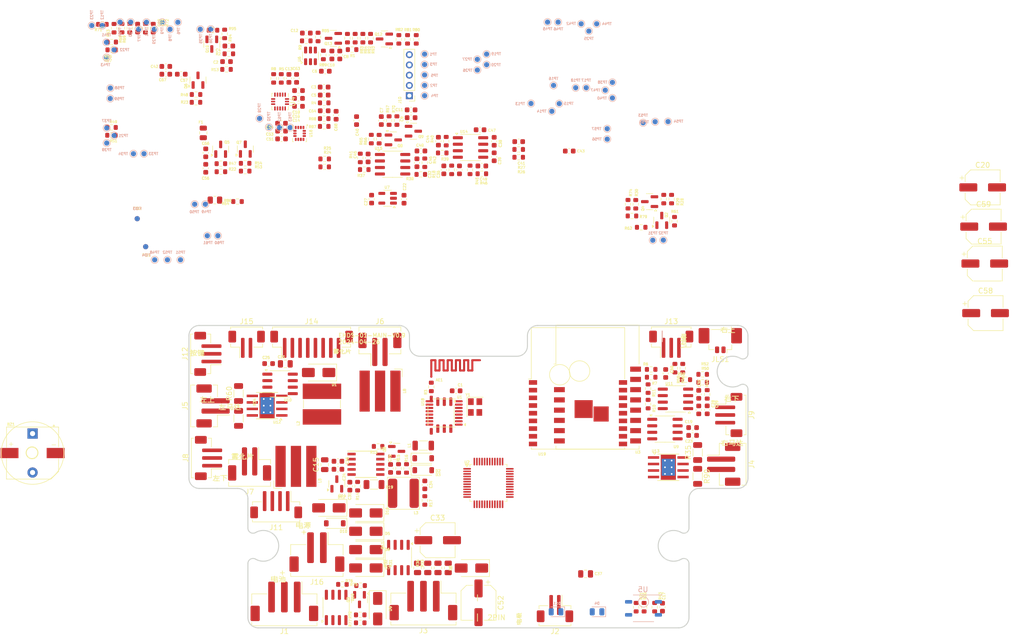
<source format=kicad_pcb>
(kicad_pcb (version 20240108) (generator "pcbnew") (generator_version "8.0")
  (title_block (title "慧迪方形擦窗机主板EHDS-01-Main") (date "2024-04-26") (rev "V0.9") (company "Ovobot") (comment 1 "EHDS-01 main主板，V0.8，109x59x1.6mm ，FR4，2层，绿油白字，无铅喷锡"))
  (layers (0 "F.Cu" signal) (31 "B.Cu" signal) (34 "B.Paste" user) (35 "F.Paste" user) (36 "B.SilkS" user "B.Silkscreen") (37 "F.SilkS" user "F.Silkscreen") (38 "B.Mask" user) (39 "F.Mask" user) (44 "Edge.Cuts" user))
  (net 0 "")
  (net 1 "Net-(AE1-A)")
  (net 2 "GND")
  (net 3 "+3V3")
  (net 4 "Net-(BZ1-+)")
  (net 5 "Net-(U1-LDO_OUT)")
  (net 6 "Net-(U2-NRST)")
  (net 7 "+5V")
  (net 8 "+3.3VDAC")
  (net 9 "+3.3VP")
  (net 10 "Net-(U2-VDDA)")
  (net 11 "Net-(U4-REGOUT)")
  (net 12 "Net-(U9-PWMN)")
  (net 13 "Net-(U8-VG)")
  (net 14 "+24V")
  (net 15 "VDD")
  (net 16 "Net-(U11-~{SD})")
  (net 17 "Net-(C31-Pad1)")
  (net 18 "Net-(C34-Pad1)")
  (net 19 "+BATT")
  (net 20 "Net-(U9-PWMP{slash}DAC)")
  (net 21 "+3.3VA")
  (net 22 "ADC_BATT")
  (net 23 "Net-(U11-BYPASS)")
  (net 24 "Net-(U8-FB)")
  (net 25 "ADC_FAN_MOTOR")
  (net 26 "Net-(U12-VREF)")
  (net 27 "ADC_LEFT_MOTOR")
  (net 28 "Net-(U14A--)")
  (net 29 "ADC_RIGHT_MOTOR")
  (net 30 "Net-(U15A--)")
  (net 31 "VPP")
  (net 32 "Net-(U15B--)")
  (net 33 "Net-(U14B-+)")
  (net 34 "Net-(D1-K)")
  (net 35 "Net-(D2-K)")
  (net 36 "EDGE_DET_LT")
  (net 37 "EDGE_DET_LB")
  (net 38 "EDGE_DET_RB")
  (net 39 "EDGE_DET_RT")
  (net 40 "SCL1")
  (net 41 "SDA1")
  (net 42 "SWDIO")
  (net 43 "SWCLK")
  (net 44 "CHG_ON_LED")
  (net 45 "CHG_DONE_LED")
  (net 46 "START")
  (net 47 "Net-(D2-A)")
  (net 48 "Net-(D4-K)")
  (net 49 "/power/BATT_CHRG")
  (net 50 "Net-(D8-A)")
  (net 51 "Net-(D11-K)")
  (net 52 "Net-(D9-K)")
  (net 53 "Net-(J6-Pin_1)")
  (net 54 "Net-(J7-Pin_1)")
  (net 55 "SPRAY_FRONT")
  (net 56 "SPRAY_BACK")
  (net 57 "Net-(J8-Pin_1)")
  (net 58 "Net-(J9-Pin_1)")
  (net 59 "/main/BLE_MCU_RXD")
  (net 60 "/main/BLE_MCU_TXD")
  (net 61 "Net-(J12-Pin_1)")
  (net 62 "Net-(J14-Pin_5)")
  (net 63 "Net-(J14-Pin_6)")
  (net 64 "PWM_FAN")
  (net 65 "BELL")
  (net 66 "LED_RED")
  (net 67 "LED_BLUE")
  (net 68 "VOICE_DATA")
  (net 69 "/main/MOSI")
  (net 70 "/main/MISO")
  (net 71 "/main/RF_REST")
  (net 72 "/main/6220_ANT")
  (net 73 "/main/WIFI_MCU_RXD")
  (net 74 "/main/WIFI_MCU_TXD")
  (net 75 "/main/SCS")
  (net 76 "/main/SCK")
  (net 77 "/main/TSD_DATA")
  (net 78 "PWM_LEFT1")
  (net 79 "PWM_LEFT2")
  (net 80 "PWM_RIGHT1")
  (net 81 "PWM_RIGHT2")
  (net 82 "UART2_RX")
  (net 83 "/main/6220_XC2")
  (net 84 "Net-(Q1-D)")
  (net 85 "Net-(U8-CSP)")
  (net 86 "Net-(Q1-G)")
  (net 87 "Net-(Q3-B)")
  (net 88 "Net-(Q3-C)")
  (net 89 "Net-(Q4-B)")
  (net 90 "Net-(Q5-G)")
  (net 91 "Net-(Q6-G)")
  (net 92 "Net-(Q7-B)")
  (net 93 "Net-(Q8-B)")
  (net 94 "/driver/VREF55")
  (net 95 "Net-(Q9-B)")
  (net 96 "Net-(Q10-G)")
  (net 97 "Net-(U2-BOOT0)")
  (net 98 "/main/6220_XC1")
  (net 99 "Net-(U6-PA3)")
  (net 100 "Net-(U9-PC1{slash}SO)")
  (net 101 "Net-(U8-DRV)")
  (net 102 "ADC_VDD")
  (net 103 "Net-(U12-ISEN)")
  (net 104 "Net-(U13-ISEN)")
  (net 105 "Net-(U11-IN-)")
  (net 106 "Net-(U8-~{CHRG})")
  (net 107 "BATT_ON")
  (net 108 "IR_OUT")
  (net 109 "Net-(U8-~{DONE})")
  (net 110 "Net-(U9-PI1{slash}SCK)")
  (net 111 "Net-(U9-PI0{slash}SI)")
  (net 112 "Net-(C29-Pad2)")
  (net 114 "/driver/L_MOTOR_OUT+")
  (net 115 "/driver/L_MOTOR_OUT-")
  (net 116 "/driver/R_MOTOR_OUT+")
  (net 117 "/driver/R_MOTOR_OUT-")
  (net 121 "/peripheral/VOICE_BUSY")
  (net 123 "TEMP")
  (net 126 "WATER_DET")
  (net 127 "GNDA")
  (net 128 "EN_CHRG")
  (net 132 "/peripheral/RED")
  (net 134 "/peripheral/BLUE")
  (net 136 "Net-(Q4-C)")
  (net 137 "Net-(Q11-G)")
  (net 138 "Net-(Q12-B)")
  (net 139 "Net-(Q12-C)")
  (net 140 "Net-(Q13-G)")
  (net 141 "Net-(U3-EN)")
  (net 142 "SW_LED_POWER")
  (net 152 "Net-(Q14-D)")
  (net 153 "VCC")
  (net 164 "/peripheral/CHG_ON_LED_K")
  (net 165 "Net-(Q16-G)")
  (net 166 "Net-(Q16-D)")
  (net 167 "CHRG_LED")
  (net 168 "Net-(C56-Pad1)")
  (net 169 "Net-(J2-Pin_1)")
  (net 170 "Net-(J2-Pin_2)")
  (net 171 "Net-(J6-Pin_2)")
  (net 172 "Net-(J7-Pin_2)")
  (net 173 "Net-(J13-Pin_1)")
  (net 174 "Net-(JLS1-Pin_1)")
  (net 175 "Net-(JLS1-Pin_2)")
  (footprint "Package_SO:Texas_HTSOP-8-1EP_3.9x4.9mm_P1.27mm_EP2.95x4.9mm_Mask2.4x3.1mm_ThermalVias" (layer "F.Cu") (at 188.038 92.851)
    (property "Reference" "U13")
    (property "Value" "DRV8870DDAR")
  )
  (footprint "Capacitor_SMD:C_0603_1608Metric" (layer "F.Cu") (at 147.3155 34.8144 -90)
    (property "Reference" "C36")
    (property "Value" "1uF")
  )
  (footprint "Package_TO_SOT_SMD:SOT-23" (layer "F.Cu") (at 122.7335 9.15 180)
    (property "Reference" "Q13")
    (property "Value" "SI2309")
  )
  (footprint "Resistor_SMD:R_0603_1608Metric" (layer "F.Cu") (at 133.593 25.194 -90)
    (property "Reference" "R67")
    (property "Value" "1K")
  )
  (footprint "Resistor_SMD:R_0603_1608Metric" (layer "F.Cu") (at 130.1246 28.8084 -90)
    (property "Reference" "R65")
    (property "Value" "1K")
  )
  (footprint "Capacitor_SMD:C_0603_1608Metric" (layer "F.Cu") (at 193.97 78.623 -90)
    (property "Reference" "C30")
    (property "Value" "1uF")
  )
  (footprint "Resistor_SMD:R_0603_1608Metric" (layer "F.Cu") (at 195.621 78.6224 90)
    (property "Reference" "R44")
    (property "Value" "10K/1%")
  )
  (footprint "Connector_Molex:Molex_PicoBlade_53398-0271_1x02-1MP_P1.25mm_Vertical" (layer "F.Cu") (at 198.173905 68.678467 180)
    (property "Reference" "JLS1")
    (property "Value" "1.25MM/2ASMT")
  )
  (footprint "Ovo_Connector_JST:JST_ZH_B8B-ZR-SM4-TF_1x08-1MP_P1.50mm_Vertical" (layer "F.Cu") (at 118.4825 68.851)
    (property "Reference" "J14")
    (property "Value" "ZH1.5MM/8ASMT")
  )
  (footprint "Diode_SMD:D_SMA" (layer "F.Cu") (at 129.0585 105.343333 180)
    (property "Reference" "D5")
    (property "Value" "SS34")
  )
  (footprint "Capacitor_SMD:C_0603_1608Metric" (layer "F.Cu") (at 151.3336 26.9928 180)
    (property "Reference" "C47")
    (property "Value" "0.1uF")
  )
  (footprint "Resistor_SMD:R_0603_1608Metric" (layer "F.Cu") (at 120.9378 24.811 180)
    (property "Reference" "R88")
    (property "Value" "100K/1%")
  )
  (footprint "Ovo_Package_LGA:TDK_LGA-16_3x3mm_P0.5mm_LayoutBorder3x5y" (layer "F.Cu") (at 112.3352 21.4868 -90)
    (property "Reference" "U4")
    (property "Value" "MPU-6887P")
  )
  (footprint "Resistor_SMD:R_0603_1608Metric" (layer "F.Cu") (at 184.692 73.754)
    (property "Reference" "R6")
    (property "Value" "0R")
  )
  (footprint "Ovo_RF_Module:Tuya_WBR1" (layer "F.Cu") (at 170.427 82.305)
    (property "Reference" "U19")
    (property "Value" "WBR1")
  )
  (footprint "Capacitor_SMD:C_0603_1608Metric" (layer "F.Cu") (at 112.6116 25.7228)
    (property "Reference" "C54")
    (property "Value" "2.2uF")
  )
  (footprint "Capacitor_SMD:C_0603_1608Metric" (layer "F.Cu") (at 154.0807 29.2394 90)
    (property "Reference" "C38")
    (property "Value" "0.1uF")
  )
  (footprint "Package_TO_SOT_SMD:SOT-23" (layer "F.Cu") (at 134.4149 28.971)
    (property "Reference" "Q8")
    (property "Value" "SS8050")
  )
  (footprint "Resistor_SMD:R_0603_1608Metric" (layer "F.Cu") (at 121.0314 34.2318)
    (property "Reference" "R24")
    (property "Value" "1M/1%")
  )
  (footprint "Capacitor_SMD:C_0603_1608Metric" (layer "F.Cu") (at 193.97 81.658 -90)
    (property "Reference" "C28")
    (property "Value" "1uF")
  )
  (footprint "Resistor_SMD:R_0603_1608Metric" (layer "F.Cu") (at 83.033 7.1562 90)
    (property "Reference" "R69")
    (property "Value" "330R")
  )
  (footprint "Resistor_SMD:R_0603_1608Metric" (layer "F.Cu") (at 104.035 40.995)
    (property "Reference" "R64")
    (property "Value" "10K/1%")
  )
  (footprint "Resistor_SMD:R_0603_1608Metric" (layer "F.Cu") (at 181.7652 120.151 -90)
    (property "Reference" "R21")
    (property "Value" "330R")
  )
  (footprint "Ovo_RF_Module:Tuya_BT3L" (layer "F.Cu") (at 174.228 80.704)
    (property "Reference" "U3")
    (property "Value" "BT3L")
  )
  (footprint "Capacitor_SMD:CP_Elec_6.3x5.4" (layer "F.Cu") (at 249.335 38.236)
    (property "Reference" "C20")
    (property "Value" "220uF/10V 6.3x5.4")
  )
  (footprint "Resistor_SMD:R_0603_1608Metric" (layer "F.Cu") (at 135.117 25.194 90)
    (property "Reference" "R70")
    (property "Value" "10K/1%")
  )
  (footprint "Resistor_SMD:R_0603_1608Metric" (layer "F.Cu") (at 184.693 75.278)
    (property "Reference" "R7")
    (property "Value" "0R")
  )
  (footprint "Package_SO:SOIC-8_3.9x4.9mm_P1.27mm" (layer "F.Cu") (at 143.5 82.288 -90)
    (property "Reference" "U18")
    (property "Value" "GH6220B")
  )
  (footprint "Ovo_Inductor_Boost:L_WLJ_CD0805" (layer "F.Cu") (at 131.8285 77.9875)
    (property "Reference" "L8")
    (property "Value" "10/500uH")
  )
  (footprint "Capacitor_SMD:C_0603_1608Metric" (layer "F.Cu") (at 154.0807 32.262 -90)
    (property "Reference" "C39")
    (property "Value" "10nF")
  )
  (footprint "Capacitor_SMD:C_0603_1608Metric" (layer "F.Cu") (at 123.262 24.157 -90)
    (property "Reference" "C68")
    (property "Value" "1uF")
  )
  (footprint "Resistor_SMD:R_0603_1608Metric" (layer "F.Cu") (at 139.774 35.6996 180)
    (property "Reference" "R38")
    (property "Value" "15K/1%")
  )
  (footprint "Ovo_Connector_JST:JST_PH_B2B-PH-SM4-TB_1x02-1MP_P2.00mm_Vertical" (layer "F.Cu") (at 131.802 69.851)
    (property "Reference" "J6")
    (property "Value" "PH2.0MM/2ASMT")
  )
  (footprint "Resistor_SMD:R_0805_2012Metric" (layer "F.Cu") (at 145.118332 112.4875 90)
    (property "Reference" "R33")
    (property "Value" "0.1R")
  )
  (footprint "Resistor_SMD:R_0603_1608Metric" (layer "F.Cu") (at 127.453 96.539 -90)
    (property "Reference" "R14")
    (property "Value" "120R")
  )
  (footprint "Fuse:Fuse_0805_2012Metric" (layer "F.Cu") (at 97.362 27.602 90)
    (property "Reference" "F1")
    (property "Value" "MF-PSMF050X")
  )
  (footprint "Capacitor_SMD:C_0603_1608Metric" (layer "F.Cu") (at 90.056 14.63)
    (property "Reference" "C42")
    (property "Value" "0.1uF")
  )
  (footprint "Fiducial:Fiducial_1mm_Mask2mm" (layer "F.Cu") (at 84.481 44.344)
    (property "Reference" "FID2")
    (property "Value" "Fiducial")
  )
  (footprint "Resistor_SMD:R_0603_1608Metric" (layer "F.Cu") (at 95.9484 20.1094)
    (property "Reference" "R48")
    (property "Value" "10K/1%")
  )
  (footprint "Ovo_Connector_JST:JST_PH_B2B-PH-SM4-TB_1x02-1MP_P2.00mm_Vertical" (layer "F.Cu") (at 198.837 92.265 -90)
    (property "Reference" "J4")
    (property "Value" "PH2.0MM/2ASMT")
  )
  (footprint "Capacitor_SMD:C_0603_1608Metric" (layer "F.Cu") (at 187.524 74.547 -90)
    (property "Reference" "C50")
    (property "Value" "1uF")
  )
  (footprint "Capacitor_SMD:C_0603_1608Metric" (layer "F.Cu") (at 84.557 7.143 -90)
    (property "Reference" "C62")
    (property "Value" "0.1uF")
  )
  (footprint "Resistor_SMD:R_0603_1608Metric" (layer "F.Cu") (at 144.7296 29.2148 90)
    (property "Reference" "R40")
    (property "Value" "51K/1%")
  )
  (footprint "Resistor_SMD:R_0603_1608Metric" (layer "F.Cu") (at 128.7504 34.7598)
    (property "Reference" "R37")
    (property "Value" "15K/1%")
  )
  (footprint "Resistor_SMD:R_0603_1608Metric" (layer "F.Cu") (at 126.975 9.115 -90)
    (property "Reference" "R84")
    (property "Value" "100K/1%")
  )
  (footprint "Resistor_SMD:R_0603_1608Metric" (layer "F.Cu") (at 79.4648 26.5356 180)
    (property "Reference" "R49")
    (property "Value" "470R")
  )
  (footprint "Resistor_SMD:R_0603_1608Metric" (layer "F.Cu") (at 184.1 80.523 -90)
    (property "Reference" "R10")
    (property "Value" "0R")
  )
  (footprint "Package_TO_SOT_SMD:SOT-23" (layer "F.Cu") (at 184.3945 41.017 180)
    (property "Reference" "Q4")
    (property "Value" "SS8050")
  )
  (footprint "Resistor_SMD:R_0603_1608Metric" (layer "F.Cu") (at 79.9596 7.1676 -90)
    (property "Reference" "R63")
    (property "Value" "10K/1%")
  )
  (footprint "Package_TO_SOT_SMD:SOT-23" (layer "F.Cu") (at 132.677 9.273 180)
    (property "Reference" "Q12")
    (property "Value" "SS8050")
  )
  (footprint "Capacitor_SMD:C_0603_1608Metric" (layer "F.Cu") (at 115.9296 22.413392 180)
    (property "Reference" "C14")
    (property "Value" "0.47uF")
  )
  (footprint "Capacitor_SMD:C_0603_1608Metric" (layer "F.Cu") (at 117.4542 8.12 180)
    (property "Reference" "C12")
    (property "Value" "0.1uF")
  )
  (footprint "Capacitor_SMD:C_0603_1608Metric" (layer "F.Cu") (at 115.9296 19.339992 180)
    (property "Reference" "C18")
    (property "Value" "2.2uF")
  )
  (footprint "Package_SO:SOIC-8_3.9x4.9mm_P1.27mm" (layer "F.Cu") (at 187.374 85.398)
    (property "Reference" "U9")
    (property "Value" "WT588F02B-8S-B2(EHDS-01)")
  )
  (footprint "Diode_SMD:D_SMA" (layer "F.Cu") (at 131.369 120.4485 -90)
    (property "Reference" "D9")
    (property "Value" "1N4004")
  )
  (footprint "Resistor_SMD:R_0603_1608Metric" (layer "F.Cu") (at 120.9378 26.335)
    (property "Reference" "R87")
    (property "Value" "1M/1%")
  )
  (footprint "Resistor_SMD:R_0603_1608Metric" (layer "F.Cu") (at 131.447 88.782 180)
    (property "Reference" "R12")
    (property "Value" "51R")
  )
  (footprint "Resistor_SMD:R_0603_1608Metric" (layer "F.Cu") (at 119.742 8.888 90)
    (property "Reference" "R85")
    (property "Value" "0R")
  )
  (footprint "Ovo_Oscillaror:Oscillator_SMD_Abracon_ASE-4Pin_3.2x2.5mm" (layer "F.Cu") (at 150.3642 81.0994 -90)
    (property "Reference" "Y1")
    (property "Value" "12MHz/22pF(10ppm)")
  )
  (footprint "Resistor_SMD:R_0603_1608Metric" (layer "F.Cu") (at 81.509 7.1562 90)
    (property "Reference" "R68")
    (property "Value" "330R")
  )
  (footprint "Ovo_Connector_JST:JST_XHB_B3B-XHB-SM4-TB_1x03-1MP_P2.50mm_Vertical" (layer "F.Cu") (at 140.29 118.864 180)
    (property "Reference" "J3")
    (property "Value" "XH2.54MM/3AWSMT")
  )
  (footprint "Ovo_Connector_JST:JST_ZH_B3B-ZR-SM4-TF_1x03-1MP_P1.50mm_Vertical" (layer "F.Cu") (at 98.256 70.714 90)
    (property "Reference" "J12")
    (property "Value" "ZH1.5MM/3ASMT")
  )
  (footprint "Capacitor_SMD:C_0603_1608Metric" (layer "F.Cu") (at 144.2675 34.8144 90)
    (property "Reference" "C32")
    (property "Value" "1uF")
  )
  (footprint "Package_TO_SOT_SMD:SOT-23" (layer "F.Cu") (at 100.7484 30.7906 90)
    (property "Reference" "Q5")
    (property "Value" "CJ2310")
  )
  (footprint "Resistor_SMD:R_0603_1608Metric" (layer "F.Cu") (at 120.777 12.394 90)
    (property "Reference" "R89")
    (property "Value" "10K/1%")
  )
  (footprint "Package_TO_SOT_SMD:SOT-23" (layer "F.Cu") (at 105.558 30.7615 90)
    (property "Reference" "Q7")
    (property "Value" "SS8050")
  )
  (footprint "Package_TO_SOT_SMD:SOT-23-5" (layer "F.Cu") (at 133.30828 40.3532 180)
    (property "Reference" "U7")
    (property "Value" "RT9013-33")
  )
  (footprint "Resistor_SMD:R_0603_1608Metric" (layer "F.Cu") (at 137.19 9.347 -90)
    (property "Reference" "R81")
    (property "Value" "1K")
  )
  (footprint "Ovo_Inductor_Boost:L_WLJ_CD0805" (layer "F.Cu") (at 115.432 92.677 180)
    (property "Reference" "L9")
    (property "Value" "10/500uH")
  )
  (footprint "Package_SO:SOIC-8_3.9x4.9mm_P1.27mm" (layer "F.Cu") (at 135.407 110.463 -90)
    (property "Reference" "Q11")
    (property "Value" "NCE4435")
  )
  (footprint "Package_SO:SOIC-8_3.9x4.9mm_P1.27mm" (layer "F.Cu") (at 123.268 120.209 90)
    (property "Reference" "Q10")
    (property "Value" "NCE4435")
  )
  (footprint "Resistor_SMD:R_0603_1608Metric" (layer "F.Cu") (at 86.0768 7.1552 -90)
    (property "Reference" "R73")
    (property "Value" "10K/1%")
  )
  (footprint "Ovo_Connector_JST:JST_XHB_B2B-XHB-SM4-TB_1x02-1MP_P2.50mm_Vertical" (layer "F.Cu") (at 119.518 109.397 180)
    (property "Reference" "J16")
    (property "Value" "XHB2.54MM/2ASMT")
  )
  (footprint "Ovo_Inductor_SMD:L_GZJ_CD75" (layer "F.Cu") (at 120.501 80.525 -90)
    (property "Reference" "L2")
    (property "Value" "68uH")
  )
  (footprint "Resistor_SMD:R_0603_1608Metric" (layer "F.Cu") (at 100.7922 33.6051)
    (property "Reference" "R47")
    (property "Value" "10K/1%")
  )
  (footprint "Package_TO_SOT_SMD:SOT-23" (layer "F.Cu") (at 127.8205 118.674 -90)
    (property "Reference" "Q3")
    (property "Value" "SS8050")
  )
  (footprint "Capacitor_SMD:C_0603_1608Metric" (layer "F.Cu") (at 140.555 96.291 90)
    (property "Reference" "C34")
    (property "Value" "1nF")
  )
  (footprint "Resistor_SMD:R_0603_1608Metric" (layer "F.Cu") (at 189.326 73.511 90)
    (property "Reference" "R58")
    (property "Value" "10K/1%")
  )
  (footprint "Capacitor_SMD:C_0603_1608Metric" (layer "F.Cu") (at 146.665 77.935 180)
    (property "Reference" "C1")
    (property "Value" "1uF")
  )
  (footprint "Resistor_SMD:R_0603_1608Metric" (layer "F.Cu") (at 127.9752 32.486 90)
    (property "Reference" "R41")
    (property "Value" "51K/1%")
  )
  (footprint "Resistor_SMD:R_0603_1608Metric" (layer "F.Cu") (at 194.738 76.269)
    (property "Reference" "R50")
    (property "Value" "470R")
  )
  (footprint "Resistor_SMD:R_1206_3216Metric" (layer "F.Cu") (at 193.757 94.623 -90)
    (property "Reference" "R90")
    (property "Value" "0.068R/1%(333.333mW)")
  )
  (footprint "Resistor_SMD:R_0805_2012Metric" (layer "F.Cu") (at 141.133 112.4875 90)
    (property "Reference" "R31")
    (property "Value" "0.1R")
  )
  (footprint "Resistor_SMD:R_0603_1608Metric" (layer "F.Cu") (at 185.372 120.151 -90)
    (property "Reference" "R43")
    (property "Value" "10K/1%")
  )
  (footprint "Package_TO_SOT_SMD:SOT-23" (layer "F.Cu") (at 138.3265 27.2692)
    (property "Reference" "Q9")
    (property "Value" "SS8050")
  )
  (footprint "Capacitor_SMD:C_0603_1608Metric" (layer "F.Cu") (at 93.066 16.147)
    (property "Reference" "C57")
    (property "Value" "1uF")
  )
  (footprint "Resistor_SMD:R_0603_1608Metric" (layer "F.Cu") (at 129.979 9.115 -90)
    (property "Reference" "R93")
    (property "Value" "1.6K/1%")
  )
  (footprint "Resistor_SMD:R_0603_1608Metric" (layer "F.Cu") (at 128.032 115.94)
    (property "Reference" "R76")
    (property "Value" "10K/1%")
  )
  (footprint "Resistor_SMD:R_0603_1608Metric" (layer "F.Cu") (at 191.454 75.755 180)
    (property "Reference" "R59")
    (property "Value" "10K/1%")
  )
  (footprint "Ovo_Connector_JST:JST_XHB_B3B-XHB-SM4-TB_1x03-1MP_P2.50mm_Vertical" (layer "F.Cu") (at 113.173 119.018 180)
    (property "Reference" "J1")
    (property "Value" "XH2.54MM/3AWSMT")
  )
  (footprint "Package_TO_SOT_SMD:SOT-23" (layer "F.Cu") (at 123.3965 96.106 90)
    (property "Reference" "Q14")
    (property "Value" "SI2302")
  )
  (footprint "Diode_SMD:D_SMA" (layer "F.Cu") (at 119.849 74.361 180)
    (property "Reference" "D1")
    (property "Value" "SS34")
  )
  (footprint "Diode_SMD:D_SMA" (layer "F.Cu") (at 129.0585 108.921666 180)
    (property "Reference" "D6")
    (property "Value" "SS34")
  )
  (footprint "Diode_SMD:D_SOD-123" (layer "F.Cu") (at 122.998 103.789 180)
    (property "Reference" "D10")
    (property "Value" "SS14")
  )
  (footprint "Resistor_SMD:R_0603_1608Metric" (layer "F.Cu") (at 187.1489 40.5212 -90)
    (property "Reference" "R29")
    (property "Value" "10K/1%")
  )
  (footprint "Resistor_SMD:R_1206_3216Metric" (layer "F.Cu") (at 104.242 83.3065 -90)
    (property "Reference" "R34")
    (property "Value" "0.068R/1%(333.333mW)")
  )
  (footprint "Package_TO_SOT_SMD:SOT-23" (layer "F.Cu") (at 99.0225 10.283 -90)
    (property "Reference" "Q16")
    (property "Value" "SI2309")
  )
  (footprint "Ovo_Buzzer_Beeper:Buzzer_10x9.6x5.5_SMD" (layer "F.Cu") (at 63.3618 88.5032 180)
    (property "Reference" "BZ2" (hide yes))
    (property "Value" "85dB/5V 10x9.6x5.5mm" (hide yes))
  )
  (footprint "Ovo_Connector_JST:JST_ZH_B4B-ZR-SM4-TF_1x04-1MP_P1.50mm_Vertical" (layer "F.Cu") (at 111.574 100.152 180)
    (property "Reference" "J11")
    (property "Value" "ZH1.5MM/4ASMT")
  )
  (footprint "Capacitor_SMD:C_0603_1608Metric" (layer "F.Cu") (at 132.0748 25.1948 90)
    (property "Reference" "C7")
    (property "Value" "0.1uF")
  )
  (footprint "Resistor_SMD:R_0603_1608Metric" (layer "F.Cu") (at 77.6858 6.4188 180)
    (property "Reference" "R71")
    (property "Value" "10K/1%")
  )
  (footprint "Package_TO_SOT_SMD:SOT-23" (layer "F.Cu") (at 96.3296 17.3131 90)
    (property "Reference" "Q6")
    (property "Value" "CJ2310")
  )
  (footprint "Resistor_SMD:R_0603_1608Metric" (layer "F.Cu") (at 99.256 7.565)
    (property "Reference" "R95")
    (property "Value" "30K/5%")
  )
  (footprint "Capacitor_SMD:C_0603_1608Metric" (layer "F.Cu") (at 123.975 12.397 -90)
    (property "Reference" "C8")
    (property "Value" "0.1uF")
  )
  (footprint "Ovo_Connector_JST:JST_ZH_B3B-ZR-SM4-TF_1x03-1MP_P1.50mm_Vertical" (layer "F.Cu") (at 98.387 91.045 90)
    (property "Reference" "J8")
    (property "Value" "ZH1.5MM/3ASMT")
  )
  (footprint "Resistor_SMD:R_0603_1608Metric" (layer "F.Cu") (at 79.4648 28.0596 180)
    (property "Reference" "R51")
    (property "Value" "10K/1%")
  )
  (footprint "Resistor_SMD:R_0603_1608Metric" (layer "F.Cu") (at 100.8004 35.1776 180)
    (property "Reference" "R22")
    (property "Value" "1K")
  )
  (footprint "Ovo_Connector_JST:JST_ZH_B3B-ZR-SM4-TF_1x03-1MP_P1.50mm_Vertical" (layer "F.Cu") (at 199.827 82.652 -90)
    (property "Reference" "J9")
    (property "Value" "ZH1.5MM/3ASMT")
  )
  (footprint "Capacitor_SMD:C_0603_1608Metric" (layer "F.Cu") (at 133.878 93.08 -90)
    (property "Reference" "C35")
    (property "Value" "1.5pF")
  )
  (footprint "Capacitor_SMD:C_0603_1608Metric" (layer "F.Cu") (at 122.4355 12.397 -90)
    (property "Reference" "C10")
    (property "Value" "4.7uF")
  )
  (footprint "Ovo_Inductor_SMD:L_GZJ_WNR6045" (layer "F.Cu") (at 136.387 97.928 180)
    (property "Reference" "L3")
    (property "Value" "100uH")
  )
  (footprint "Capacitor_SMD:C_0603_1608Metric" (layer "F.Cu") (at 192.774 85.111)
    (property "Reference" "C19")
    (property "Value" "10uF")
  )
  (footprint "Diode_SMD:D_SMA" (layer "F.Cu") (at 121.848 100.774 180)
    (property "Reference" "D12")
    (property "Value" "SMAJ24CA")
  )
  (footprint "Buzzer_Beeper:Buzzer_12x9.5RM7.6" (layer "F.Cu") (at 64.073 86.278 -90)
    (property "Reference" "BZ1")
    (property "Value" "85dB/5V")
  )
  (footprint "Capacitor_SMD:C_0603_1608Metric" (layer "F.Cu") (at 97.8412 34.5106 -90)
    (property "Reference" "C56")
    (property "Value" "1uF")
  )
  (footprint "Capacitor_SMD:CP_Elec_6.3x5.4" (layer "F.Cu") (at 249.745 53.095)
    (property "Reference" "C55")
    (property "Value" "100uF/35V 6.3x5.4")
  )
  (footprint "Ovo_Connector_JST:JST_ZH_B3B-ZR-SM4-TF_1x03-1MP_P1.50mm_Vertical" (layer "F.Cu") (at 188.608 68.839)
    (property "Reference" "J13")
    (property "Value" "ZH1.5MM/3ASMT")
  )
  (footprint "Resistor_SMD:R_0805_2012Metric" (layer "F.Cu") (at 99.629 40.713)
    (property "Reference" "R86")
    (property "Value" "0R")
  )
  (footprint "Resistor_SMD:R_0603_1608Metric" (layer "F.Cu") (at 158.8652 32.3522)
    (property "Reference" "R26")
    (property "Value" "6.8K/1%")
  )
  (footprint "Resistor_SMD:R_0603_1608Metric" (layer "F.Cu") (at 190.85 73.511 90)
    (property "Reference" "R56")
    (property "Value" "470R")
  )
  (footprint "Resistor_SMD:R_0603_1608Metric" (layer "F.Cu") (at 135.494 9.347 90)
    (property "Reference" "R82")
    (property "Value" "10K/1%")
  )
  (footprint "Ovo_Connector_JST:JST_PH_B2B-PH-SM4-TB_1x02-1MP_P2.00mm_Vertical" (layer "F.Cu") (at 106.395 92.204 180)
    (property "Reference" "J7")
    (property "Value" "PH2.0MM/2ASMT")
  )
  (footprint "Ovo_Connector_JST:JST_ZH_B2B-ZR-SM4-TF_1x02-1MP_P1.50mm_Vertical" (layer "F.Cu") (at 165.938 120.428 180)
    (property "Reference" "J2")
    (property "Value" "ZH1.5MM/2ASMT")
  )
  (footprint "Resistor_SMD:R_0603_1608Metric" (layer "F.Cu") (at 138.886 9.347 -90)
    (property "Reference" "R80")
    (property "Value" "10K/1%")
  )
  (footprint "Capacitor_SMD:C_0603_1608Metric" (layer "F.Cu") (at 114.06 16.962 -90)
    (property "Reference" "C13")
    (property "Value" "10nF")
  )
  (footprint "Capacitor_SMD:C_0603_1608Metric" (layer "F.Cu") (at 137.8846 23.1066 180)
    (property "Reference" "C11")
    (property "Value" "0.1uF")
  )
  (footprint "Resistor_SMD:R_0603_1608Metric" (layer "F.Cu") (at 112.569 16.962 90)
    (property "Reference" "R5")
    (property "Value" "4.7K/1%")
  )
  (footprint "Diode_SMD:D_SMA" (layer "F.Cu") (at 129.0585 101.765 180)
    (property "Reference" "D16")
    (property "Value" "SMAJ24CA")
  )
  (footprint "Resistor_SMD:R_0603_1608Metric" (layer "F.Cu") (at 143.9554 31.513)
    (property "Reference" "R39")
    (property "Value" "15K/1%")
  )
  (footprint "Capacitor_SMD:C_0603_1608Metric" (layer "F.Cu") (at 139.7986 31.1276)
    (property "Reference" "C48")
    (property "Value" "0.1uF")
  )
  (footprint "Capacitor_SMD:C_0603_1608Metric" (layer "F.Cu") (at 101.8908 13.686)
    (property "Reference" "C2")
    (property "Value" "1uF")
  )
  (footprint "Diode_SMD:D_SMA" (layer "F.Cu") (at 129.0585 112.5 180)
    (property "Reference" "D7")
    (property "Value" "SS34")
  )
  (footprint "Resistor_SMD:R_0805_2012Metric" (layer "F.Cu") (at 143.125666 112.4875 90)
    (property "Reference" "R36")
    (property "Value" "0.1R")
  )
  (footprint "Ovo_Connector_JST:JST_PH_B2B-PH-SM4-TB_1x02-1MP_P2.00mm_Vertical" (layer "F.Cu") (at 99.265 80.883 90)
    (property "Reference" "J5")
    (property "Value" "PH2.0MM/2ASMT")
  )
  (footprint "Resistor_SMD:R_0603_1608Metric" (layer "F.Cu") (at 188.6729 40.5212 -90)
    (property "Reference" "R28")
    (property "Value" "1K")
  )
  (footprint "Capacitor_SMD:C_0603_1608Metric" (layer "F.Cu") (at 158.865 29.3042 180)
    (property "Reference" "C41")
    (property "Value" "0.1uF")
  )
  (footprint "Capacitor_SMD:C_0603_1608Metric" (layer "F.Cu") (at 121.1574 15.562799)
    (property "Reference" "C6")
    (property "Value" "0.1uF")
  )
  (footprint "Capacitor_SMD:CP_Elec_6.3x5.4" (layer "F.Cu") (at 151.031 119.297 -90)
    (property "Reference" "C52")
    (property "Value" "100uF/35V 6.3x5.4")
  )
  (footprint "Resistor_SMD:R_0603_1608Metric" (layer "F.Cu") (at 180.9513 43.811 180)
    (property "Reference" "R79")
    (property "Value" "0R")
  )
  (footprint "Resistor_SMD:R_0603_1608Metric" (layer "F.Cu") (at 158.8642 30.8282 180)
    (property "Reference" "R27")
    (property "Value" "3.3K/1%")
  )
  (footprint "Capacitor_SMD:C_0603_1608Metric" (layer "F.Cu") (at 151.6791 34.053)
    (property "Reference" "C49")
    (property "Value" "0.1uF")
  )
  (footprint "Resistor_SMD:R_0603_1608Metric" (layer "F.Cu") (at 79.5156 11.3972 180)
    (property "Reference" "R57")
    (property "Value" "10K/1%")
  )
  (footprint "Resistor_SMD:R_0603_1608Metric" (layer "F.Cu") (at 127.9633 123.2055 180)
    (property "Reference" "R77")
    (property "Value" "10K/1%")
  )
  (footprint "Resistor_SMD:R_0603_1608Metric" (layer "F.Cu") (at 102.3432 12.169)
    (property "Reference" "R2")
    (property "Value" "0R")
  )
  (footprint "Package_TO_SOT_SMD:SOT-23-6" (layer "F.Cu") (at 118.2644 12.5715 90)
    (property "Reference" "U6")
    (property "Value" "PMS150C-U06(0xD407B2)")
  )
  (footprint "Package_SO:SOIC-8_3.9x4.9mm_P1.27mm" (layer "F.Cu") (at 149.4706 30.4462)
    (property "Reference" "U14")
    (property "Value" "LMV358TP-SR")
  )
  (footprint "Package_SO:SOIC-8_3.9x4.9mm_P1.27mm" (layer "F.Cu") (at 189.433 79.504 180)
    (property "Reference" "U11")
    (property "Value" "8002A")
  )
  (footprint "Package_LGA:LGA-14_3x2.5mm_P0.5mm_LayoutBorder3x4y" (layer "F.Cu") (at 116.1422 27.704 -90)
    (property "Reference" "U16")
    (property "Value" "LSM6DSR")
  )
  (footprint "Capacitor_SMD:C_0805_2012Metric" (layer "F.Cu") (at 121.039 92.344 90)
    (property "Reference" "C15")
    (property "Value" "10uF/35V")
  )
  (footprint "Capacitor_SMD:C_0603_1608Metric" (layer "F.Cu") (at 110.0984 72.6196 180)
    (property "Reference" "C25")
    (property "Value" "1uF")
  )
  (footprint "Capacitor_SMD:C_0603_1608Metric" (layer "F.Cu") (at 125.938 96.535 90)
    (property "Reference" "C31")
    (property "Value" "220nF")
  )
  (footprint "Package_SO:SOIC-8_3.9x4.9mm_P1.27mm" (layer "F.Cu") (at 134.2744 33.7184)
    (property "Reference" "U15")
    (property "Value" "LMV358TP-SR")
  )
  (footprint "Resistor_SMD:R_0603_1608Metric" (layer "F.Cu") (at 120.9378 21.741 180)
    (property "Reference" "R4")
    (property "Value" "0R")
  )
  (footprint "Connector_PinHeader_2.00mm:PinHeader_1x05_P2.00mm_Vertical" (layer "F.Cu") (at 137.5414 20.338 180)
    (property "Reference" "J10")
    (property "Value" "Conn_01x05")
  )
  (footprint "Capacitor_SMD:C_0603_1608Metric" (layer "F.Cu") (at 143.2056 29.2146 90)
    (property "Reference" "C44")
    (property "Value" "0.1uF")
  )
  (footprint "Capacitor_SMD:C_0603_1608Metric" (layer "F.Cu") (at 112.6246 28.7708)
    (property "Reference" "C51")
    (property "Value" "10nF")
  )
  (footprint "Capacitor_SMD:CP_Elec_6.3x5.4" (layer "F.Cu") (at 143.055 107.083)
    (property "Reference" "C33")
    (property "Value" "100uF/35V 6.3x5.4")
  )
  (footprint "Package_TO_SOT_SMD:SOT-23" (layer "F.Cu") (at 186.7608 44.6696 90)
    (property "Reference" "Q2")
    (property "Value" "SS8050")
  )
  (footprint "Resistor_SMD:R_1206_3216Metric" (layer "F.Cu") (at 193.757 89.975 90)
    (property "Reference" "R35")
    (property "Value" "0.068R/1%(333.333mW)")
  )
  (footprint "Ovo_RF_Antenna:Ovo_PA2401_2.4GHz_Right" (layer "F.Cu") (at 141.822 75.174)
    (property "Reference" "AE1")
    (property "Value" "Antenna")
  )
  (footprint "Capacitor_SMD:C_0603_1608Metric" (layer "F.Cu") (at 192.774 86.635)
    (property "Reference" "C23")
    (property "Value" "1nF")
  )
  (footprint "Resistor_SMD:R_1206_3216Metric" (layer "F.Cu") (at 130.649 96.219 180)
    (property "Reference" "R19")
    (property "Value" "0.5R/1%")
  )
  (footprint "Resistor_SMD:R_0603_1608Metric" (layer "F.Cu") (at 105.5296 35.0564 180)
    (property "Reference" "R53")
    (property "Value" "1K")
  )
  (footprint "Resistor_SMD:R_0603_1608Metric" (layer "F.Cu") (at 140.5482 33.4258 90)
    (property "Reference" "R42")
    (property "Value" "51K/1%")
  )
  (footprint "Resistor_SMD:R_0603_1608Metric" (layer "F.Cu") (at 117.442 9.644 180)
    (property "Reference" "R9")
    (property "Value" "10K/1%")
  )
  (footprint "Capacitor_SMD:C_0603_1608Metric" (layer "F.Cu") (at 129.4992 32.4862 90)
    (property "Reference" "C45")
    (property "Value" "0.1uF")
  )
  (footprint "Capacitor_SMD:C_0603_1608Metric" (layer "F.Cu") (at 123.618 91.681)
    (property "Reference" "C26")
    (property "Value" "0.1uF")
  )
  (footprint "Resistor_SMD:R_0603_1608Metric" (layer "F.Cu") (at 111.078 16.962 90)
    (property "Reference" "R8")
    (property "Value" "4.7K/1%")
  )
  (footprint "Capacitor_SMD:C_0603_1608Metric" (layer "F.Cu") (at 120.9378 23.287 180)
    (property "Reference" "C64")
    (property "Value" "0.1uF")
  )
  (footprint "Resistor_SMD:R_0603_1608Metric" (layer "F.Cu") (at 145.7915 34.8152 90)
    (property "Reference" "R18")
    (property "Value" "0R")
  )
  (footprint "Fiducial:Fiducial_1mm_Mask2mm" (layer "F.Cu") (at 86.129 49.806)
    (property "Reference" "FID1")
    (property "Value" "Fiducial")
  )
  (footprint "Ovo_Connector_JST:JST_ZH_B2B-ZR-SM4-TF_1x02-1MP_P1.50mm_Vertical" (layer "F.Cu") (at 105.813 68.851)
    (property "Reference" "J15")
    (property "Value" "ZH1.5MM/2ASMT")
  )
  (footprint "Resistor_SMD:R_0603_1608Metric" (layer "F.Cu") (at 105.5194 33.5344)
    (property "Reference" "R54")
    (property "Value" "10K/1%")
  )
  (footprint "Capacitor_SMD:C_0603_1608Metric" (layer "F.Cu") (at 120.938 20.217)
    (property "Reference" "C5")
    (property "Value" "0.1uF")
  )
  (footprint "Resistor_SMD:R_0603_1608Metric" (layer "F.Cu") (at 149.3729 34.8142 -90)
    (property "Reference" "R45")
    (property "Value" "10K/1%")
  )
  (footprint "Capacitor_SMD:CP_Elec_6.3x5.4" (layer "F.Cu") (at 249.514 45.888)
    (property "Reference" "C59")
    (property "Value" "220uF/10V 6.3x5.4")
  )
  (footprint "Resistor_SMD:R_0603_1608Metric" (layer "F.Cu") (at 124.491 115.707)
    (property "Reference" "R75")
    (property "Value" "1K")
  )
  (footprint "Diode_SMD:D_SOD-123" (layer "F.Cu") (at 140.2455 91.092)
    (property "Reference" "D2")
    (property "Value" "SS14")
  )
  (footprint "Capacitor_SMD:C_0603_1608Metric" (layer "F.Cu") (at 123.618 93.244)
    (property "Reference" "C24")
    (property "Value" "0.1uF")
  )
  (footprint "Resistor_SMD:R_0603_1608Metric" (layer "F.Cu") (at 127.9633 121.6561)
    (property "Reference" "R78")
    (property "Value" "10K/1%")
  )
  (footprint "Resistor_SMD:R_0805_2012Metric" (layer "F.Cu") (at 139.140332 112.4875 90)
    (property "Reference" "R32")
    (property "Value" "0.1R")
  )
  (footprint "Capacitor_SMD:C_0603_1608Metric" (layer "F.Cu") (at 136.50318 40.5428 90)
    (property "Reference" "C22")
    (property "Value" "1uF")
  )
  (footprint "Capacitor_SMD:C_0603_1608Metric" (layer "F.Cu") (at 130.17858 40.5186 90)
    (property "Reference" "C27")
    (property "Value" "1uF")
  )
  (footprint "Inductor_SMD:L_1206_3216Metric" (layer "F.Cu") (at 140.25 88.613)
    (property "Reference" "L1")
    (property "Value" "120R@100MHz/3A")
  )
  (footprint "Capacitor_SMD:CP_Elec_6.3x5.4" (layer "F.Cu") (at 249.897 62.771)
    (property "Reference" "C58")
    (property "Value" "100uF/35V 6.3x5.4")
  )
  (footprint "Resistor_SMD:R_0603_1608Metric" (layer "F.Cu") (at 101.525 8.289 -90)
    (property "Reference" "R94")
    (property "Value" "10K/1%")
  )
  (footprint "Capacitor_SMD:C_0603_1608Metric" (layer "F.Cu") (at 115.9296 20.863992 180)
    (property "Reference" "C16")
    (property "Value" "0.1uF")
  )
  (footprint "Resistor_SMD:R_0603_1608Metric" (layer "F.Cu") (at 87.6008 7.1572 -90)
    (property "Reference" "R72")
    (property "Value" "10K/1%")
  )
  (footprint "Package_SO:Texas_HTSOP-8-1EP_3.9x4.9mm_P1.27mm_EP2.95x4.9mm_Mask2.4x3.1mm_ThermalVias" (layer "F.Cu") (at 109.803 80.832 180)
    (property "Reference" "U12")
    (property "Value" "DRV8870DDAR")
  )
  (footprint "Resistor_SMD:R_0603_1608Metric" (layer "F.Cu") (at 181.6879 41.525 -90)
    (property "Reference" "R30")
    (property "Value" "680R")
  )
  (footprint "Capacitor_SMD:C_0603_1608Metric" (layer "F.Cu") (at 168.7196 31.14698 180)
    (property "Reference" "C43")
    (property "Value" "0.1uF")
  )
  (footprint "Resistor_SMD:R_0603_1608Metric" (layer "F.Cu") (at 141.824 77.169 90)
    (property "Reference" "R3")
    (property "Value" "0R")
  )
  (footprint "Resistor_SMD:R_0603_1608Metric" (layer "F.Cu") (at 131.6486 28.8206 -90)
    (property "Reference" "R66")
    (property "Value" "10K/1%")
  )
  (footprint "Resistor_SMD:R_0603_1608Metric" (layer "F.Cu") (at 151.6799 35.577)
    (property "Reference" "R46")
    (property "Value" "2K/1%")
  )
  (footprint "Capacitor_SMD:C_0603_1608Metric" (layer "F.Cu") (at 137.884 24.6306 180)
    (property "Reference" "C9")
    (property "Value" "1uF")
  )
  (footprint "Diode_SMD:D_SMA" (layer "F.Cu") (at 149.646332 112.519 180)
    (property "Reference" "D8")
    (property "Value" "1N4004")
  )
  (footprint "Resistor_SMD:R_0603_1608Metric" (layer "F.Cu") (at 101.891 15.21 180)
    (property "Reference" "R13")
    (property "Value" "0R")
  )
  (footprint "Resistor_SMD:R_0603_1608Metric" (layer "F.Cu") (at 194.737 74.7196)
    (property "Reference" "R52")
    (property "Value" "10K/1%")
  )
  (footprint "Resistor_SMD:R_0603_1608Metric" (layer "F.Cu") (at 140.555 99.328 90)
    (property "Reference" "R17")
    (property "Value" "100R")
  )
  (footprint "Resistor_SMD:R_0603_1608Metric" (layer "F.Cu") (at 125.473 9.115 90)
    (property "Reference" "R83")
    (property "Value" "100K/1%")
  )
  (footprint "Capacitor_SMD:C_0603_1608Metric" (layer "F.Cu") (at 97.8412 31.488 90)
    (property "Reference" "C66")
    (property "Value" "0.1uF")
  )
  (footprint "Resistor_SMD:R_0603_1608Metric" (layer "F.Cu") (at 183.3146 120.151 -90)
    (property "Reference" "R20")
    (property "Value" "330R")
  )
  (footprint "Resistor_SMD:R_0603_1608Metric" (layer "F.Cu") (at 126.376 11.343)
    (property "Reference" "R1")
    (property "Value" "10K/1%")
  )
  (footprint "Resistor_SMD:R_1206_3216Metric" (layer "F.Cu") (at 104.242 78.4585 90)
    (property "Reference" "R60")
    (property "Value" "0.068R/1%(333.333mW)")
  )
  (footprint "Resistor_SMD:R_0603_1608Metric" (layer "F.Cu") (at 95.9372 21.6311 180)
    (property "Reference" "R23")
    (property "Value" "1K")
  )
  (footprint "Ovo_Package_SO:SSOP-10_3.9x4.9mm_P1.00mm" (layer "F.Cu") (at 129.078 92.27)
    (property "Reference" "U8")
    (property "Value" "CN3765")
  )
  (footprint "Capacitor_SMD:C_0603_1608Metric" (layer "F.Cu") (at 127.247 25.201 -90)
    (property "Reference" "C40")
    (property "Value" "0.1uF")
  )
  (footprint "Resistor_SMD:R_0603_1608Metric" (layer "F.Cu") (at 182.7473 46.0196 180)
    (property "Reference" "R62")
    (property "Value" "470R")
  )
  (footprint "Capacitor_SMD:C_0603_1608Metric" (layer "F.Cu") (at 139.0242 33.4266 90)
    (property "Reference" "C46")
    (property "Value" "0.1uF")
  )
  (footprint "Resistor_SMD:R_0603_1608Metric" (layer "F.Cu") (at 128.477 9.115 -90)
    (property "Reference" "R92")
    (property "Value" "10K/1%")
  )
  (footprint "Resistor_SMD:R_0603_1608Metric" (layer "F.Cu") (at 135.4345 93.08 -90)
    (property "Reference" "R15")
    (property "Value" "1.5M/1%")
  )
  (footprint "Capacitor_SMD:C_0603_1608Metric" (layer "F.Cu") (at 195.621 81.645 90)
    (property "Reference" "C29")
    (property "Value" "0.47uF")
  )
  (footprint "Package_QFP:LQFP-48_7x7mm_P0.5mm" (layer "F.Cu") (at 152.967 95.904)
    (property "Reference" "U2")
    (property "Value" "MM32F0144C6P")
  )
  (footprint "Diode_SMD:D_SOD-123" (layer "F.Cu") (at 140.251 93.421)
    (property "Reference" "D3")
    (property "Value" "SS14")
  )
  (footprint "Resistor_SMD:R_0603_1608Metric" (layer "F.Cu") (at 180.1781 41.5128 90)
    (property "Reference" "R74")
    (property "Value" "680R")
  )
  (footprint "Package_TO_SOT_SMD:SOT-23" (layer "F.Cu") (at 135.0595 89.747)
    (property "Reference" "Q1")
    (property "Value" "HSS6107")
  )
  (footprint "Capacitor_SMD:C_0603_1608Metric" (layer "F.Cu") (at 186.896 120.151 -90)
    (property "Reference" "C17")
    (property "Value" "0.1uF")
  )
  (footprint "Resistor_SMD:R_0603_1608Metric" (layer "F.Cu") (at 79.5024 9.8732 180)
    (property "Reference" "R55")
    (property "Value" "470R")
  )
  (footprint "Package_SO:SOIC-8_3.9x4.9mm_P1.27mm" (layer "F.Cu") (at 112.335 76.582)
    (property "Reference" "U10")
    (property "Value" "XL1509-5.0E1")
  )
  (footprint "Capacitor_SMD:C_0603_1608Metric" (layer "F.Cu") (at 120.9248 18.6588)
    (property "Reference" "C3")
    (property "Value" "0.1uF")
  )
  (footprint "Resistor_SMD:R_0603_1608Metric" (layer "F.Cu") (at 121.0314 32.6824 180)
    (property "Reference" "R25")
    (property "Value" "100K/1%")
  )
  (footprint "Capacitor_SMD:C_0805_2012Metric" (layer "F.Cu") (at 171.9106 113.6616)
    (property "Reference" "C37")
    (property "Value" "10uF/35V")
  )
  (footprint "Resistor_SMD:R_0603_1608Metric" (layer "F.Cu") (at 136.991 93.08 90)
    (property "Reference" "R16")
    (property "Value" "120K/1%")
  )
  (footprint "Capacitor_SMD:C_0603_1608Metric" (layer "F.Cu") (at 90.0558 16.147 180)
    (property "Reference" "C67")
    (property "Value" "0.1uF")
  )
  (footprint "Resistor_SMD:R_0603_1608Metric" (layer "F.Cu") (at 184.0922 77.5014 90)
    (property "Reference" "R11")
    (property "Value" "10K/1%")
  )
  (footprint "Resistor_SMD:R_0603_1608Metric" (layer "F.Cu") (at 189.2493 44.8386 90)
    (property "Reference" "R61")
    (property "Value" "470R")
  )
  (footprint "Capacitor_SMD:C_0603_1608Metric" (layer "F.Cu") (at 112.6246 27.2468)
    (property "Reference" "C53")
    (property "Value" "0.1uF")
  )
  (footprint "Capacitor_SMD:C_0603_1608Metric" (layer "F.Cu") (at 115.551 16.962 -90)
    (property "Reference" "C63")
    (property "Value" "0.1uF")
  )
  (footprint "Capacitor_SMD:C_0805_2012Metric" (layer "F.Cu") (at 113.3562 72.6704)
    (property "Reference" "C21")
    (property "Value" "10uF/35V")
  )
  (footprint "Package_SO:TSSOP-16_4.4x5mm_P0.65mm" (layer "F.Cu") (at 144.321 82.252 180)
    (property "Reference" "U1")
    (property "Value" "LT8920")
  )
  (footprint "Capacitor_SMD:C_0603_1608Metric" (layer "F.Cu") (at 102.344 10.645 180)
    (property "Reference" "C4")
    (property "Value" "0.1uF")
  )
  (footprint "TestPoint:TestPoint_Pad_D1.0mm" (layer "B.Cu") (at 83.7442 31.6664 180)
    (property "Reference" "TP34")
    (property "Value" "SPRAY_BACK_N")
  )
  (footprint "TestPoint:TestPoint_Pad_D1.0mm" (layer "B.Cu") (at 108.3314 24.783 -90)
    (property "Reference" "TP28")
    (property "Value" "SCL1")
  )
  (footprint "TestPoint:TestPoint_Pad_D1.0mm" (layer "B.Cu") (at 90.8816 7.384 180)
    (property "Reference" "TP8")
    (property "Value" "CHG_ON_LED")
  )
  (footprint "TestPoint:TestPoint_Pad_D1.0mm" (layer "B.Cu") (at 150.8002 15.3342 180)
    (property "Reference" "TP26")
    (property "Value" "GND")
  )
  (footprint "TestPoint:TestPoint_Pad_D1.0mm" (layer "B.Cu") (at 79.985 28.1104 180)
    (property "Reference" "TP21")
    (property "Value" "GND")
  )
  (footprint "TestPoint:TestPoint_Pad_D1.0mm" (layer "B.Cu") (at 87.8844 52.3674 180)
    (property "Reference" "TP48")
    (property "Value" "GND")
  )
  (footprint "TestPoint:TestPoint_Pad_D1.0mm" (layer "B.Cu") (at 164.4908 5.987 180)
    (property "Reference" "TP45")
    (property "Value" "SPEAKER_P")
  )
  (footprint "TestPoint:TestPoint_Pad_D1.0mm" (layer "B.Cu") (at 169.9772 18.7886 180)
    (property "Reference" "TP18")
    (property "Value" "GND")
  )
  (footprint "TestPoint:TestPoint_Pad_D1.0mm" (layer "B.Cu") (at 166.7768 21.8874 180)
    (property "Reference" "TP15")
    (property "Value" "DI")
  )
  (footprint "TestPoint:TestPoint_Pad_D1.0mm" (layer "B.Cu") (at 79.9596 11.3972 180)
    (property "Reference" "TP22")
    (property "Value" "GND")
  )
  (footprint "TestPoint:TestPoint_Pad_D1.0mm" (layer "B.Cu") (at 152.6036 14.2928)
    (property "Reference" "TP20")
    (property "Value" "TXD")
  )
  (footprint "TestPoint:TestPoint_Pad_D1.0mm" (layer "B.Cu") (at 77.6736 6.6474 180)
    (property "Reference" "TP12")
    (property "Value" "START")
  )
  (footprint "TestPoint:TestPoint_Pad_D1.0mm" (layer "B.Cu") (at 165.329 23.386 180)
    (property "Reference" "TP14")
    (property "Value" "CLK")
  )
  (footprint "TestPoint:TestPoint_Pad_D1.0mm" (layer "B.Cu") (at 98.146 47.668 180)
    (property "Reference" "TP61")
    (property "Value" "GND")
  )
  (footprint "TestPoint:TestPoint_Pad_D1.0mm" (layer "B.Cu") (at 89.3576 6.0124 180)
    (property "Reference" "TP9")
    (property "Value" "CHG_DONE_LED")
  )
  (footprint "TestPoint:TestPoint_Pad_D1.0mm" (layer "B.Cu") (at 177.14 17.7472 180)
    (property "Reference" "TP38")
    (property "Value" "EDGE_DET_RB")
  )
  (footprint "TestPoint:TestPoint_Pad_D1.0mm" (layer "B.Cu") (at 78.5372 29.5836 180)
    (property "Reference" "TP39")
    (property "Value" "EDGE_DET_LB")
  )
  (footprint "TestPoint:TestPoint_Pad_D1.0mm" (layer "B.Cu") (at 174.0666 6.3172 180)
    (property "Reference" "TP44")
    (property "Value" "EDGE_DET_RT_OUT")
  )
  (footprint "TestPoint:TestPoint_Pad_D1.0mm" (layer "B.Cu") (at 98.8318 7.3586 180)
    (property "Reference" "TP36")
    (property "Value" "SPRAY_FRONT_N")
  )
  (footprint "TestPoint:TestPoint_Pad_D1.0mm" (layer "B.Cu") (at 183.12 25.6296 180)
    (property "Reference" "TP53")
    (property "Value" "VDD")
  )
  (footprint "TestPoint:TestPoint_Pad_D1.0mm" (layer "B.Cu") (at 161.265 21.862 180)
    (property "Reference" "TP13")
    (property "Value" "DO")
  )
  (footprint "TestPoint:TestPoint_Pad_D1.0mm" (layer "B.Cu") (at 172.5426 7.7396 180)
    (property "Reference" "TP25")
    (property "Value" "GND")
  )
  (footprint "TestPoint:TestPoint_Pad_D1.0mm" (layer "B.Cu") (at 140.5132 18.3314 180)
    (property "Reference" "TP2")
    (property "Value" "SWD")
  )
  (footprint "TestPoint:TestPoint_Pad_D1.0mm" (layer "B.Cu") (at 166.5482 5.987 180)
    (property "Reference" "TP46")
    (property "Value" "SPEAKER_N")
  )
  (footprint "TestPoint:TestPoint_Pad_D1.0mm" (layer "B.Cu") (at 87.8082 7.384 180)
    (property "Reference" "TP29")
    (property "Value" "3V3")
  )
  (footprint "TestPoint:TestPoint_Pad_D1.0mm" (layer "B.Cu") (at 90.3736 52.3674 180)
    (property "Reference" "TP52")
    (property "Value" "TEMP")
  )
  (footprint "TestPoint:TestPoint_Pad_D1.0mm" (layer "B.Cu") (at 96.7744 7.384 180)
    (property "Reference" "TP35")
    (property "Value" "SPRAY_FRONT_P")
  )
  (footprint "TestPoint:TestPoint_Pad_D1.0mm" (layer "B.Cu") (at 110.1602 26.4848 -90)
    (property "Reference" "TP30")
    (property "Value" "SDA1")
  )
  (footprint "TestPoint:TestPoint_Pad_D1.0mm" (layer "B.Cu") (at 187.0713 48.5196 90)
    (property "Reference" "TP32")
    (property "Value" "WATER_DET_N")
  )
  (footprint "TestPoint:TestPoint_Pad_D1.0mm" (layer "B.Cu") (at 152.6036 12.2354)
    (property "Reference" "TP19")
    (property "Value" "RXD")
  )
  (footprint "TestPoint:TestPoint_Pad_D1.0mm" (layer "B.Cu") (at 114.3004 26.561 -90)
    (property "Reference" "TP63")
    (property "Value" "3V3")
  )
  (footprint "TestPoint:TestPoint_Pad_D1.0mm" (layer "B.Cu") (at 140.5132 14.2674 180)
    (property "Reference" "TP3")
    (property "Value" "SWC")
  )
  (footprint "TestPoint:TestPoint_Pad_D1.0mm" (layer "B.Cu") (at 165.6592 18.3314 180)
    (property "Reference" "TP16")
    (property "Value" "CS")
  )
  (footprint "Ovo_OptoDevice:Everlight_IRM-H638T" (layer "B.Cu") (at 183.1972 120.3796 180)
    (property "Reference" "U5")
    (property "Value" "IRM-3640CF45")
  )
  (footprint "TestPoint:TestPoint_Pad_D1.0mm" (layer "B.Cu") (at 175.743 19.2712 180)
    (property "Reference" "TP47")
    (property "Value" "GND")
  )
  (footprint "TestPoint:TestPoint_Pad_D1.0mm" (layer "B.Cu") (at 171.044 6.3172 180)
    (property "Reference" "TP42")
    (property "Value" "EDGE_DET_RT")
  )
  (footprint "LED_SMD:LED_0805_2012Metric" (layer "B.Cu") (at 166.1391 121.0564 180)
    (property "Reference" "D11")
    (property "Value" "RED")
  )
  (footprint "TestPoint:TestPoint_Pad_D1.0mm" (layer "B.Cu") (at 84.7602 7.384 180)
    (property "Reference" "TP7")
    (property "Value" "LED_RED")
  )
  (footprint "TestPoint:TestPoint_Pad_D1.0mm" (layer "B.Cu") (at 86.2842 6.0124 180)
    (property "Reference" "TP11")
    (property "Value" "LED_BLUE")
  )
  (footprint "TestPoint:TestPoint_Pad_D1.0mm" (layer "B.Cu") (at 78.5372 26.6372 180)
    (property "Reference" "TP37")
    (property "Value" "EDGE_DET_LB_OUT")
  )
  (footprint "TestPoint:TestPoint_Pad_D1.0mm" (layer "B.Cu") (at 172.0346 18.7886 180)
    (property "Reference" "TP17")
    (property "Value" "3V3")
  )
  (footprint "TestPoint:TestPoint_Pad_D1.0mm" (layer "B.Cu") (at 97.765 41.522 180)
    (property "Reference" "TP49")
    (property "Value" "24V")
  )
  (footprint "TestPoint:TestPoint_Pad_D1.0mm" (layer "B.Cu") (at 140.5132 16.2994 180)
    (property "Reference" "TP5")
    (property "Value" "GND")
  )
  (footprint "TestPoint:TestPoint_Pad_D1.0mm" (layer "B.Cu") (at 140.5132 12.2354 180)
    (property "Reference" "TP1")
    (property "Value" "RX")
  )
  (footprint "Fiducial:Fiducial_1mm_Mask2mm" (layer "B.Cu") (at 84.481 44.344 180)
    (property "Reference" "FID3")
    (property "Value" "Fiducial")
  )
  (footprint "TestPoint:TestPoint_Pad_D1.0mm" (layer "B.Cu") (at 176.124 26.7896 180)
    (property "Reference" "TP57")
    (property "Value" "R_MOTOR_OUT-")
  )
  (footprint "TestPoint:TestPoint_Pad_D1.0mm" (layer "B.Cu") (at 79.2484 18.8648 180)
    (property "Reference" "TP58")
    (property "Value" "L_MOTOR_OUT+")
  )
  (footprint "TestPoint:TestPoint_Pad_D1.0mm" (layer "B.Cu") (at 176.124 28.8216 180)
    (property "Reference" "TP56")
    (property "Value" "R_MOTOR_OUT+")
  )
  (footprint "TestPoint:TestPoint_Pad_D1.0mm" (layer "B.Cu") (at 78.4864 9.924 180)
    (property "Reference" "TP41")
    (property "Value" "EDGE_DET_LT_OUT")
  )
  (footprint "TestPoint:TestPoint_Pad_D1.0mm" (layer "B.Cu") (at 100.203 47.668 180)
    (property "Reference" "TP60")
    (property "Value" "GND")
  )
  (footprint "TestPoint:TestPoint_Pad_D1.0mm" (layer "B.Cu") (at 150.8002 13.2514 180)
    (property "Reference" "TP27")
    (property "Value" "3V3")
  )
  (footprint "TestPoint:TestPoint_Pad_D1.0mm" (layer "B.Cu") (at 177.14 20.7952 180)
    (property "Reference" "TP40")
    (property "Value" "EDGE_DET_RB_OUT")
  )
  (footprint "LED_SMD:LED_0805_2012Metric" (layer "B.Cu") (at 174.1401 121.0564 180)
    (property "Reference" "D4")
    (property "Value" "BLUE")
  )
  (footprint "TestPoint:TestPoint_Pad_D1.0mm" (layer "B.Cu") (at 92.4056 6.0124 180)
    (property "Reference" "TP6")
    (property "Value" "VPP")
  )
  (footprint "TestPoint:TestPoint_Pad_D1.0mm" (layer "B.Cu") (at 185.4714 25.4234 180)
    (property "Reference" "TP55")
    (property "Value" "FAN_OUT_N")
  )
  (footprint "TestPoint:TestPoint_Pad_D1.0mm" (layer "B.Cu") (at 92.9136 52.3674 180)
    (property "Reference" "TP51")
    (property "Value" "BATT")
  )
  (footprint "TestPoint:TestPoint_Pad_D1.0mm" (layer "B.Cu") (at 81.128 5.987 180)
    (property "Reference" "TP24")
    (property "Value" "GND")
  )
  (footprint "TestPoint:TestPoint_Pad_D1.0mm" (layer "B.Cu") (at 79.223 20.8968 180)
    (property "Reference" "TP59")
    (property "Value" "L_MOTOR_OUT-")
  )
  (footprint "TestPoint:TestPoint_Pad_D1.0mm" (layer "B.Cu") (at 140.5132 20.338 180)
    (property "Reference" "TP4")
    (property "Value" "3V3")
  )
  (footprint "TestPoint:TestPoint_Pad_D1.0mm" (layer "B.Cu") (at 185.0139 48.545 90)
    (property "Reference" "TP31")
    (property "Value" "WATER_DET_P")
  )
  (footprint "TestPoint:TestPoint_Pad_D1.0mm" (layer "B.Cu") (at 95.682 41.522 180)
    (property "Reference" "TP50")
    (property "Value" "24V")
  )
  (footprint "TestPoint:TestPoint_Pad_D1.0mm" (layer "B.Cu") (at 187.986 25.398 180)
    (property "Reference" "TP54")
    (property "Value" "FAN_PWM")
  )
  (footprint "TestPoint:TestPoint_Pad_D1.0mm" (layer "B.Cu") (at 78.4864 12.8958 180)
    (property "Reference" "TP43")
    (property "Value" "EDGE_DET_LT")
  )
  (footprint "Fiducial:Fiducial_1mm_Mask2mm" (layer "B.Cu") (at 86.129 49.806 180)
    (property "Reference" "FID4")
    (property "Value" "Fiducial")
  )
  (footprint "TestPoint:TestPoint_Pad_D1.0mm" (layer "B.Cu") (at 112.243 26.561 -90)
    (property "Reference" "TP62")
    (property "Value" "GND")
  )
  (footprint "TestPoint:TestPoint_Pad_D1.0mm" (layer "B.Cu") (at 83.2108 5.987 180)
    (property "Reference" "TP10")
    (property "Value" "IR_OUT")
  )
  (footprint "TestPoint:TestPoint_Pad_D1.0mm" (layer "B.Cu") (at 85.8016 31.6664 180)
    (property "Reference" "TP33")
    (property "Value" "SPRAY_BACK_P")
  )
  (footprint "TestPoint:TestPoint_Pad_D1.0mm" (layer "B.Cu") (at 75.6162 6.6474 180)
    (property "Reference" "TP23")
    (property "Value" "GND")
  )
  (gr_line (start 186.849 66.263) (end 186.849 68.335) (stroke (width 0.2)) (layer "B.SilkS"))
  (gr_line (start 150.8252 118.9482) (end 150.8252 117.729) (stroke (width 0.15)) (layer "F.SilkS"))
  (gr_line (start 150.8252 122.8852) (end 150.8252 121.4374) (stroke (width 0.15)) (layer "F.SilkS"))
  (gr_line (start 192.06611 102.183238) (end 192.06611 98.983238) (stroke (width 0.2)) (layer "Edge.Cuts"))
  (gr_arc (start 203.56611 70.719214) (mid 203.066114 71.585245) (end 202.066093 71.585229) (stroke (width 0.2)) (layer "Edge.Cuts"))
  (gr_line (start 120.508924 124.183238) (end 190.06611 124.183238) (stroke (width 0.2)) (layer "Edge.Cuts"))
  (gr_arc (start 94.566112 67.183238) (mid 95.151898 65.769024) (end 96.566112 65.183238) (stroke (width 0.2)) (layer "Edge.Cuts"))
  (gr_arc (start 107.563112 105.587238) (mid 112.066112 108.183238) (end 107.563112 110.779238) (stroke (width 0.2)) (layer "Edge.Cuts"))
  (gr_arc (start 190.566967 110.780743) (mid 186.066102 108.183748) (end 190.56611 105.585239) (stroke (width 0.2)) (layer "Edge.Cuts"))
  (gr_line (start 135.566112 65.183238) (end 96.566112 65.183238) (stroke (width 0.2)) (layer "Edge.Cuts"))
  (gr_line (start 192.06611 104.719238) (end 192.06611 102.183238) (stroke (width 0.2)) (layer "Edge.Cuts"))
  (gr_arc (start 202.066093 76.781248) (mid 197.566102 74.183253) (end 202.066093 71.585229) (stroke (width 0.2)) (layer "Edge.Cuts"))
  (gr_arc (start 202.066093 76.781248) (mid 203.066137 76.781202) (end 203.56611 77.647263) (stroke (width 0.2)) (layer "Edge.Cuts"))
  (gr_arc (start 106.062112 111.645238) (mid 106.56244 110.778627) (end 107.563112 110.779238) (stroke (width 0.2)) (layer "Edge.Cuts"))
  (gr_line (start 106.062112 102.183238) (end 106.062112 104.721239) (stroke (width 0.2)) (layer "Edge.Cuts"))
  (gr_line (start 194.06611 96.983238) (end 197.81611 96.983238) (stroke (width 0.2)) (layer "Edge.Cuts"))
  (gr_arc (start 96.566112 96.983238) (mid 95.151898 96.397452) (end 94.566112 94.983238) (stroke (width 0.2)) (layer "Edge.Cuts"))
  (gr_line (start 192.06611 122.183238) (end 192.06611 111.647238) (stroke (width 0.2)) (layer "Edge.Cuts"))
  (gr_line (start 197.81611 96.983238) (end 201.56611 96.983238) (stroke (width 0.2)) (layer "Edge.Cuts"))
  (gr_line (start 94.566105 94.983249) (end 94.566105 67.183229) (stroke (width 0.2)) (layer "Edge.Cuts"))
  (gr_arc (start 203.56611 94.983238) (mid 202.980324 96.397442) (end 201.56611 96.983238) (stroke (width 0.2)) (layer "Edge.Cuts"))
  (gr_line (start 137.566112 69.183238) (end 137.566112 67.183238) (stroke (width 0.2)) (layer "Edge.Cuts"))
  (gr_arc (start 201.56611 65.183238) (mid 202.980356 65.769008) (end 203.56611 67.183238) (stroke (width 0.2)) (layer "Edge.Cuts"))
  (gr_line (start 106.062112 111.645238) (end 106.062112 122.183238) (stroke (width 0.2)) (layer "Edge.Cuts"))
  (gr_line (start 203.56611 94.983238) (end 203.56611 77.647263) (stroke (width 0.2)) (layer "Edge.Cuts"))
  (gr_arc (start 160.566114 69.183238) (mid 159.98013 70.597274) (end 158.566114 71.183238) (stroke (width 0.2)) (layer "Edge.Cuts"))
  (gr_arc (start 139.566114 71.183238) (mid 138.152108 70.597241) (end 137.566112 69.183238) (stroke (width 0.2)) (layer "Edge.Cuts"))
  (gr_arc (start 190.566968 110.780743) (mid 191.566564 110.781448) (end 192.06611 111.647238) (stroke (width 0.2)) (layer "Edge.Cuts"))
  (gr_line (start 96.566112 96.983238) (end 100.064112 96.983238) (stroke (width 0.2)) (layer "Edge.Cuts"))
  (gr_arc (start 192.06611 98.983238) (mid 192.651897 97.569015) (end 194.06611 96.983238) (stroke (width 0.2)) (layer "Edge.Cuts"))
  (gr_line (start 106.062112 98.983238) (end 106.062112 102.183238) (stroke (width 0.2)) (layer "Edge.Cuts"))
  (gr_arc (start 160.566114 67.183238) (mid 161.151901 65.769016) (end 162.566114 65.183238) (stroke (width 0.2)) (layer "Edge.Cuts"))
  (gr_line (start 201.56611 65.183238) (end 162.566114 65.183238) (stroke (width 0.2)) (layer "Edge.Cuts"))
  (gr_line (start 108.062112 124.183238) (end 120.508924 124.183238) (stroke (width 0.2)) (layer "Edge.Cuts"))
  (gr_line (start 160.566114 67.183238) (end 160.566114 69.183238) (stroke (width 0.2)) (layer "Edge.Cuts"))
  (gr_arc (start 192.06611 104.719238) (mid 191.566113 105.585246) (end 190.56611 105.585239) (stroke (width 0.2)) (layer "Edge.Cuts"))
  (gr_arc (start 108.062112 124.183238) (mid 106.6479 123.597451) (end 106.062112 122.183238) (stroke (width 0.2)) (layer "Edge.Cuts"))
  (gr_arc (start 192.06611 122.183238) (mid 191.480324 123.597442) (end 190.06611 124.183238) (stroke (width 0.2)) (layer "Edge.Cuts"))
  (gr_arc (start 104.062112 96.983238) (mid 105.476326 97.569024) (end 106.062112 98.983238) (stroke (width 0.2)) (layer "Edge.Cuts"))
  (gr_line (start 100.064112 96.983238) (end 104.062112 96.983238) (stroke (width 0.2)) (layer "Edge.Cuts"))
  (gr_line (start 158.566114 71.183238) (end 139.566114 71.183238) (stroke (width 0.2)) (layer "Edge.Cuts"))
  (gr_arc (start 135.566112 65.183238) (mid 136.980357 65.769009) (end 137.566112 67.183238) (stroke (width 0.2)) (layer "Edge.Cuts"))
  (gr_arc (start 107.563112 105.587238) (mid 106.56244 105.587852) (end 106.062112 104.721239) (stroke (width 0.2)) (layer "Edge.Cuts"))
  (gr_line (start 203.56611 70.719214) (end 203.56611 67.183238) (stroke (width 0.2)) (layer "Edge.Cuts"))
  (gr_text "+" (at 112.712 113.447 90) (layer "F.SilkS") (effects (font (size 1 1))))
  (gr_text "按键" (at 96.1898 70.6374 0) (layer "F.SilkS") (effects (font (size 1 1))))
  (gr_text "电源" (at 116.921 104.274 0) (layer "F.SilkS") (effects (font (size 1 1))))
  (gr_text "左上" (at 98.1456 79.6798 0) (layer "F.SilkS") (effects (font (size 1 1))))
  (gr_text "左下" (at 100.6602 95.0468 0) (layer "F.SilkS") (effects (font (size 1 1))))
  (gr_text "+" (at 116.972 105.447 0) (layer "F.SilkS") (effects (font (size 1 1))))
  (gr_text "右下" (at 200.406 79.5782 0) (layer "F.SilkS") (effects (font (size 1 1))))
  (gr_text "右马达" (at 200.4822 88.1634 0) (layer "F.SilkS") (effects (font (size 1 1))))
  (gr_text "雾化片" (at 105.054 90.817 0) (layer "F.SilkS") (effects (font (size 1 1))))
  (gr_text "雾化片" (at 124.457 70.315 0) (layer "F.SilkS") (effects (font (size 0.8 0.8))))
  (gr_text "EHDS-01-MAIN-${REVISION}\n${ISSUE_DATE}" (at 123.635 67.762 0) (layer "F.SilkS") (effects (font (size 0.8 0.8)) (justify left)))
  (gr_text "喇叭" (at 190.908 68.288 -90) (layer "F.SilkS") (effects (font (size 1 1))))
  (gr_text "2PIN" (at 152.7048 122.7582 0) (layer "F.SilkS") (effects (font (size 1 1)) (justify left bottom)))
  (gr_text "左马达" (at 102.5652 81.153 0) (layer "F.SilkS") (effects (font (size 1 1))))
  (gr_text "电池" (at 112.036 114.77 0) (layer "F.SilkS") (effects (font (size 1 1))))
  (gr_text "右上" (at 199.654 66.101 0) (layer "F.SilkS") (effects (font (size 1 1))))
  (gr_text "电极" (at 159.01 122.395 90) (layer "F.SilkS") (effects (font (size 0.8 0.8))))
)
</source>
